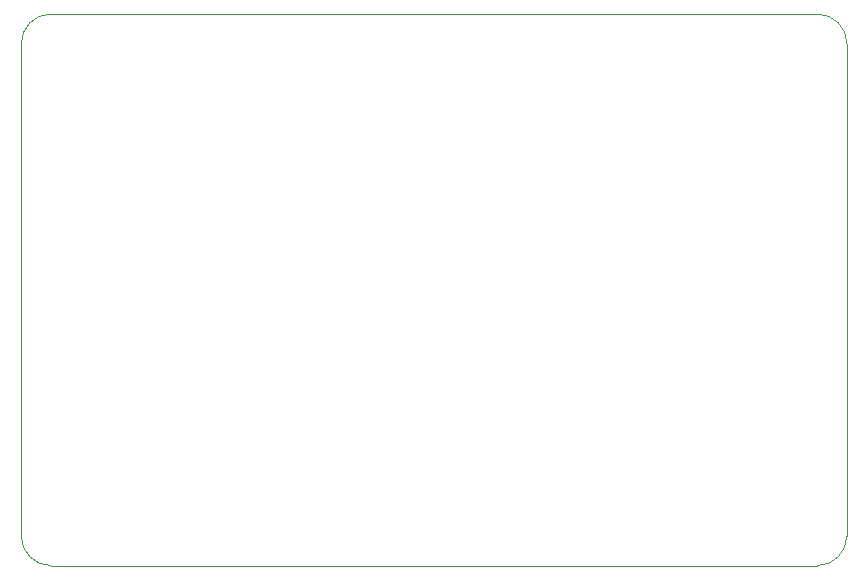
<source format=gbr>
%TF.GenerationSoftware,KiCad,Pcbnew,(6.0.8)*%
%TF.CreationDate,2022-12-22T18:37:28+01:00*%
%TF.ProjectId,SimpleStepperDriver,53696d70-6c65-4537-9465-707065724472,rev?*%
%TF.SameCoordinates,Original*%
%TF.FileFunction,Profile,NP*%
%FSLAX46Y46*%
G04 Gerber Fmt 4.6, Leading zero omitted, Abs format (unit mm)*
G04 Created by KiCad (PCBNEW (6.0.8)) date 2022-12-22 18:37:28*
%MOMM*%
%LPD*%
G01*
G04 APERTURE LIST*
%TA.AperFunction,Profile*%
%ADD10C,0.100000*%
%TD*%
G04 APERTURE END LIST*
D10*
X210400000Y-118200000D02*
G75*
G03*
X212900000Y-115700000I0J2500000D01*
G01*
X212900000Y-74000000D02*
X212900000Y-115700000D01*
X210400000Y-118200000D02*
X145500000Y-118200000D01*
X212900000Y-74000000D02*
G75*
G03*
X210400000Y-71500000I-2500000J0D01*
G01*
X143000000Y-115700000D02*
G75*
G03*
X145500000Y-118200000I2500000J0D01*
G01*
X143000000Y-115700000D02*
X143000000Y-74000000D01*
X145500000Y-71500000D02*
X210400000Y-71500000D01*
X145500000Y-71500000D02*
G75*
G03*
X143000000Y-74000000I0J-2500000D01*
G01*
M02*

</source>
